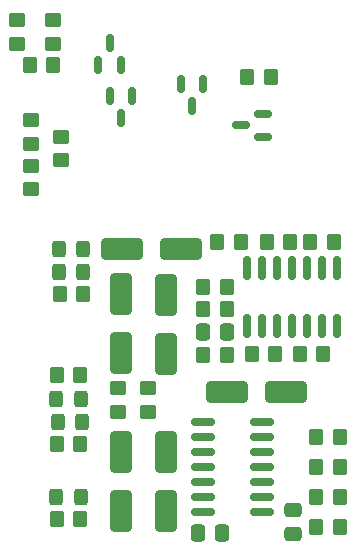
<source format=gbr>
%TF.GenerationSoftware,KiCad,Pcbnew,8.0.0-rc2-358-gd9abaa23a4*%
%TF.CreationDate,2024-02-08T19:09:11+01:00*%
%TF.ProjectId,xDuinoRail-Breakout-RailcomDetect,78447569-6e6f-4526-9169-6c2d42726561,rev?*%
%TF.SameCoordinates,Original*%
%TF.FileFunction,Paste,Top*%
%TF.FilePolarity,Positive*%
%FSLAX46Y46*%
G04 Gerber Fmt 4.6, Leading zero omitted, Abs format (unit mm)*
G04 Created by KiCad (PCBNEW 8.0.0-rc2-358-gd9abaa23a4) date 2024-02-08 19:09:11*
%MOMM*%
%LPD*%
G01*
G04 APERTURE LIST*
G04 Aperture macros list*
%AMRoundRect*
0 Rectangle with rounded corners*
0 $1 Rounding radius*
0 $2 $3 $4 $5 $6 $7 $8 $9 X,Y pos of 4 corners*
0 Add a 4 corners polygon primitive as box body*
4,1,4,$2,$3,$4,$5,$6,$7,$8,$9,$2,$3,0*
0 Add four circle primitives for the rounded corners*
1,1,$1+$1,$2,$3*
1,1,$1+$1,$4,$5*
1,1,$1+$1,$6,$7*
1,1,$1+$1,$8,$9*
0 Add four rect primitives between the rounded corners*
20,1,$1+$1,$2,$3,$4,$5,0*
20,1,$1+$1,$4,$5,$6,$7,0*
20,1,$1+$1,$6,$7,$8,$9,0*
20,1,$1+$1,$8,$9,$2,$3,0*%
G04 Aperture macros list end*
%ADD10RoundRect,0.250000X-0.350000X-0.450000X0.350000X-0.450000X0.350000X0.450000X-0.350000X0.450000X0*%
%ADD11RoundRect,0.250000X-0.450000X0.350000X-0.450000X-0.350000X0.450000X-0.350000X0.450000X0.350000X0*%
%ADD12RoundRect,0.250000X0.350000X0.450000X-0.350000X0.450000X-0.350000X-0.450000X0.350000X-0.450000X0*%
%ADD13RoundRect,0.250000X-0.325000X-0.450000X0.325000X-0.450000X0.325000X0.450000X-0.325000X0.450000X0*%
%ADD14RoundRect,0.150000X-0.150000X0.587500X-0.150000X-0.587500X0.150000X-0.587500X0.150000X0.587500X0*%
%ADD15RoundRect,0.250000X-0.650000X1.500000X-0.650000X-1.500000X0.650000X-1.500000X0.650000X1.500000X0*%
%ADD16RoundRect,0.250000X-1.500000X-0.650000X1.500000X-0.650000X1.500000X0.650000X-1.500000X0.650000X0*%
%ADD17RoundRect,0.150000X0.587500X0.150000X-0.587500X0.150000X-0.587500X-0.150000X0.587500X-0.150000X0*%
%ADD18RoundRect,0.250000X0.650000X-1.500000X0.650000X1.500000X-0.650000X1.500000X-0.650000X-1.500000X0*%
%ADD19RoundRect,0.250000X0.337500X0.475000X-0.337500X0.475000X-0.337500X-0.475000X0.337500X-0.475000X0*%
%ADD20RoundRect,0.150000X-0.150000X0.825000X-0.150000X-0.825000X0.150000X-0.825000X0.150000X0.825000X0*%
%ADD21RoundRect,0.150000X0.825000X0.150000X-0.825000X0.150000X-0.825000X-0.150000X0.825000X-0.150000X0*%
%ADD22RoundRect,0.250000X0.450000X-0.350000X0.450000X0.350000X-0.450000X0.350000X-0.450000X-0.350000X0*%
%ADD23RoundRect,0.250000X0.475000X-0.337500X0.475000X0.337500X-0.475000X0.337500X-0.475000X-0.337500X0*%
%ADD24RoundRect,0.150000X0.150000X-0.587500X0.150000X0.587500X-0.150000X0.587500X-0.150000X-0.587500X0*%
%ADD25RoundRect,0.250000X-0.337500X-0.475000X0.337500X-0.475000X0.337500X0.475000X-0.337500X0.475000X0*%
%ADD26RoundRect,0.250000X0.325000X0.450000X-0.325000X0.450000X-0.325000X-0.450000X0.325000X-0.450000X0*%
G04 APERTURE END LIST*
D10*
%TO.C,R101*%
X143780000Y-107315000D03*
X145780000Y-107315000D03*
%TD*%
%TO.C,R503*%
X165735000Y-106680000D03*
X167735000Y-106680000D03*
%TD*%
D11*
%TO.C,R502*%
X151540800Y-102591100D03*
X151540800Y-104591100D03*
%TD*%
D12*
%TO.C,R401*%
X158210000Y-95885000D03*
X156210000Y-95885000D03*
%TD*%
D10*
%TO.C,R403*%
X156210000Y-93980000D03*
X158210000Y-93980000D03*
%TD*%
%TO.C,R102*%
X143780000Y-113665000D03*
X145780000Y-113665000D03*
%TD*%
D13*
%TO.C,D104*%
X144000000Y-92710000D03*
X146050000Y-92710000D03*
%TD*%
D10*
%TO.C,R506*%
X165735000Y-114300000D03*
X167735000Y-114300000D03*
%TD*%
D13*
%TO.C,D102*%
X143755000Y-111760000D03*
X145805000Y-111760000D03*
%TD*%
D14*
%TO.C,Q202*%
X150175000Y-77802500D03*
X148275000Y-77802500D03*
X149225000Y-79677500D03*
%TD*%
D15*
%TO.C,D503*%
X153035000Y-94695000D03*
X153035000Y-99695000D03*
%TD*%
D16*
%TO.C,D401*%
X149305000Y-90805000D03*
X154305000Y-90805000D03*
%TD*%
D14*
%TO.C,Q201*%
X156210000Y-76835000D03*
X154310000Y-76835000D03*
X155260000Y-78710000D03*
%TD*%
D17*
%TO.C,Q204*%
X161290000Y-81275000D03*
X161290000Y-79375000D03*
X159415000Y-80325000D03*
%TD*%
D12*
%TO.C,R103*%
X146050000Y-94615000D03*
X144050000Y-94615000D03*
%TD*%
D10*
%TO.C,R404*%
X165275000Y-90170000D03*
X167275000Y-90170000D03*
%TD*%
D12*
%TO.C,R407*%
X162290000Y-99695000D03*
X160290000Y-99695000D03*
%TD*%
D10*
%TO.C,R203*%
X141510000Y-75200000D03*
X143510000Y-75200000D03*
%TD*%
D13*
%TO.C,D105*%
X145805000Y-103505000D03*
X143755000Y-103505000D03*
%TD*%
D12*
%TO.C,R408*%
X166370000Y-99695000D03*
X164370000Y-99695000D03*
%TD*%
D18*
%TO.C,D504*%
X149225000Y-99615000D03*
X149225000Y-94615000D03*
%TD*%
%TO.C,D501*%
X149225000Y-112990000D03*
X149225000Y-107990000D03*
%TD*%
D19*
%TO.C,C601*%
X157787800Y-114849300D03*
X155712800Y-114849300D03*
%TD*%
D13*
%TO.C,D101*%
X143870000Y-105410000D03*
X145920000Y-105410000D03*
%TD*%
D20*
%TO.C,U501*%
X167545000Y-92392500D03*
X166275000Y-92392500D03*
X165005000Y-92392500D03*
X163735000Y-92392500D03*
X162465000Y-92392500D03*
X161195000Y-92392500D03*
X159925000Y-92392500D03*
X159925000Y-97342500D03*
X161195000Y-97342500D03*
X162465000Y-97342500D03*
X163735000Y-97342500D03*
X165005000Y-97342500D03*
X166275000Y-97342500D03*
X167545000Y-97342500D03*
%TD*%
D12*
%TO.C,R104*%
X145781400Y-101476700D03*
X143781400Y-101476700D03*
%TD*%
D10*
%TO.C,R504*%
X165735000Y-109220000D03*
X167735000Y-109220000D03*
%TD*%
D16*
%TO.C,D402*%
X158195000Y-102870000D03*
X163195000Y-102870000D03*
%TD*%
D21*
%TO.C,U601*%
X161160000Y-113030000D03*
X161160000Y-111760000D03*
X161160000Y-110490000D03*
X161160000Y-109220000D03*
X161160000Y-107950000D03*
X161160000Y-106680000D03*
X161160000Y-105410000D03*
X156210000Y-105410000D03*
X156210000Y-106680000D03*
X156210000Y-107950000D03*
X156210000Y-109220000D03*
X156210000Y-110490000D03*
X156210000Y-111760000D03*
X156210000Y-113030000D03*
%TD*%
D22*
%TO.C,R501*%
X149000800Y-104591100D03*
X149000800Y-102591100D03*
%TD*%
D23*
%TO.C,C602*%
X163830000Y-112860000D03*
X163830000Y-114935000D03*
%TD*%
D10*
%TO.C,R406*%
X157385000Y-90170000D03*
X159385000Y-90170000D03*
%TD*%
D24*
%TO.C,Q203*%
X147325000Y-75232500D03*
X149225000Y-75232500D03*
X148275000Y-73357500D03*
%TD*%
D25*
%TO.C,C401*%
X156155900Y-97824800D03*
X158230900Y-97824800D03*
%TD*%
D15*
%TO.C,D502*%
X153035000Y-107950000D03*
X153035000Y-112950000D03*
%TD*%
D11*
%TO.C,R201*%
X143510000Y-71390000D03*
X143510000Y-73390000D03*
%TD*%
D10*
%TO.C,R204*%
X159925000Y-76200000D03*
X161925000Y-76200000D03*
%TD*%
D11*
%TO.C,R202*%
X140405100Y-71390000D03*
X140405100Y-73390000D03*
%TD*%
%TO.C,R307*%
X141605000Y-83725000D03*
X141605000Y-85725000D03*
%TD*%
D26*
%TO.C,D103*%
X146050000Y-90805000D03*
X144000000Y-90805000D03*
%TD*%
D11*
%TO.C,R205*%
X144145000Y-81280000D03*
X144145000Y-83280000D03*
%TD*%
D10*
%TO.C,R402*%
X156189400Y-99780800D03*
X158189400Y-99780800D03*
%TD*%
D11*
%TO.C,R306*%
X141605000Y-79867500D03*
X141605000Y-81867500D03*
%TD*%
D10*
%TO.C,R405*%
X161560000Y-90170000D03*
X163560000Y-90170000D03*
%TD*%
%TO.C,R505*%
X165735000Y-111760000D03*
X167735000Y-111760000D03*
%TD*%
M02*

</source>
